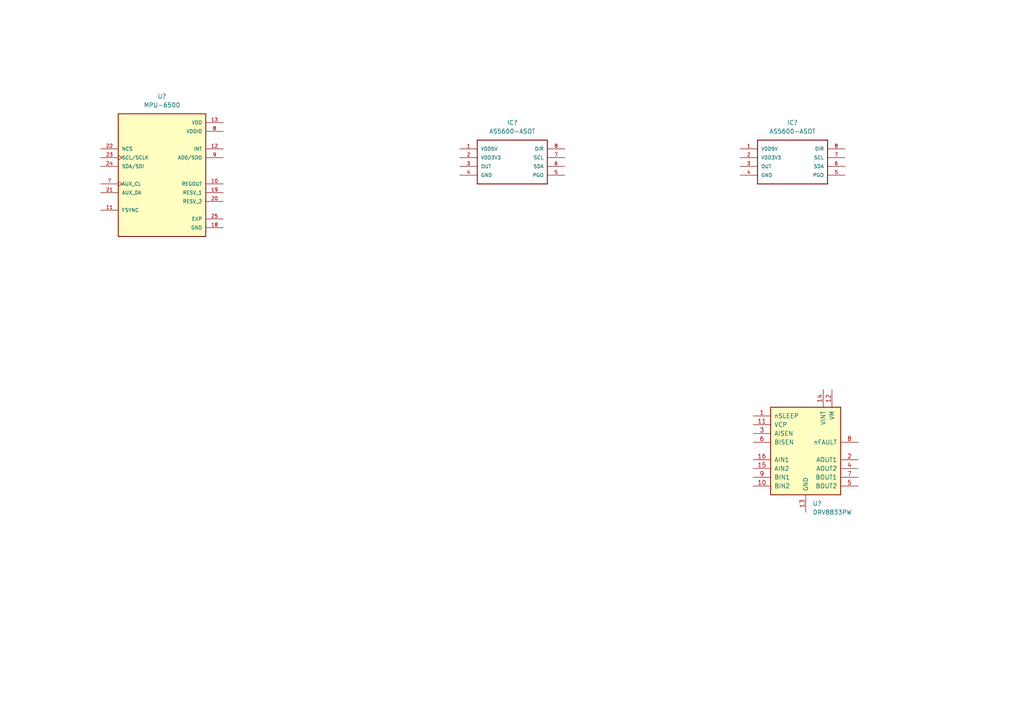
<source format=kicad_sch>
(kicad_sch (version 20211123) (generator eeschema)
  (paper "A4")
  (lib_symbols
    (symbol "AS5600-ASOT:AS5600-ASOT" (pin_names (offset 1.016))
      (property "Reference" "IC" (at 6.35 5.08 0))
      (property "Value" "AS5600-ASOT" (at 6.35 -12.7 0))
      (symbol "AS5600-ASOT_0_0"
        (polyline (pts (xy 5.08 2.54) (xy 5.08 -10.16)) (stroke (width 0.254)))
        (polyline (pts (xy 5.08 2.54) (xy 25.4 2.54)) (stroke (width 0.254)))
        (polyline (pts (xy 25.4 -10.16) (xy 5.08 -10.16)) (stroke (width 0.254)))
        (polyline (pts (xy 25.4 -10.16) (xy 25.4 2.54)) (stroke (width 0.254)))
        (pin bidirectional line (at 0 0 0) (length 5.08) (name "VDD5V") (number "1"))
        (pin bidirectional line (at 0 -2.54 0) (length 5.08) (name "VDD3V3") (number "2"))
        (pin bidirectional line (at 0 -5.08 0) (length 5.08) (name "OUT") (number "3"))
        (pin bidirectional line (at 0 -7.62 0) (length 5.08) (name "GND") (number "4"))
        (pin bidirectional line (at 30.48 -7.62 180) (length 5.08) (name "PGO") (number "5"))
        (pin bidirectional line (at 30.48 -5.08 180) (length 5.08) (name "SDA") (number "6"))
        (pin bidirectional line (at 30.48 -2.54 180) (length 5.08) (name "SCL") (number "7"))
        (pin bidirectional line (at 30.48 0 180) (length 5.08) (name "DIR") (number "8"))
      )
    )
    (symbol "Driver_Motor:DRV8833PW" (pin_names (offset 1.016))
      (property "Reference" "U" (at -3.81 16.51 0))
      (property "Value" "DRV8833PW" (at -3.81 13.97 0))
      (symbol "DRV8833PW_0_1"
        (rectangle (start -10.16 12.7) (end 10.16 -12.7) (stroke (width 0.254)) (fill (type background)))
      )
      (symbol "DRV8833PW_1_1"
        (pin input line (at -15.24 10.16 0) (length 5.08) (name "nSLEEP") (number "1"))
        (pin input line (at -15.24 -10.16 0) (length 5.08) (name "BIN2") (number "10"))
        (pin bidirectional line (at -15.24 7.62 0) (length 5.08) (name "VCP") (number "11"))
        (pin power_in line (at 7.62 17.78 270) (length 5.08) (name "VM") (number "12"))
        (pin power_in line (at 0 -17.78 90) (length 5.08) (name "GND") (number "13"))
        (pin power_in line (at 5.08 17.78 270) (length 5.08) (name "VINT") (number "14"))
        (pin input line (at -15.24 -5.08 0) (length 5.08) (name "AIN2") (number "15"))
        (pin input line (at -15.24 -2.54 0) (length 5.08) (name "AIN1") (number "16"))
        (pin power_out line (at 15.24 -2.54 180) (length 5.08) (name "AOUT1") (number "2"))
        (pin bidirectional line (at -15.24 5.08 0) (length 5.08) (name "AISEN") (number "3"))
        (pin power_out line (at 15.24 -5.08 180) (length 5.08) (name "AOUT2") (number "4"))
        (pin power_out line (at 15.24 -10.16 180) (length 5.08) (name "BOUT2") (number "5"))
        (pin bidirectional line (at -15.24 2.54 0) (length 5.08) (name "BISEN") (number "6"))
        (pin power_out line (at 15.24 -7.62 180) (length 5.08) (name "BOUT1") (number "7"))
        (pin open_collector line (at 15.24 2.54 180) (length 5.08) (name "nFAULT") (number "8"))
        (pin input line (at -15.24 -7.62 0) (length 5.08) (name "BIN1") (number "9"))
      )
    )
    (symbol "MPU-6500:MPU-6500" (pin_names (offset 1.016))
      (property "Reference" "U" (at -12.7 19.05 0))
      (property "Value" "MPU-6500" (at -12.7 -19.05 0))
      (symbol "MPU-6500_0_0"
        (rectangle (start -12.7 -17.78) (end 12.7 17.78) (stroke (width 0.254)) (fill (type background)))
        (pin output line (at 17.78 -2.54 180) (length 5.08) (name "REGOUT") (number "10"))
        (pin input line (at -17.78 -10.16 0) (length 5.08) (name "FSYNC") (number "11"))
        (pin output line (at 17.78 7.62 180) (length 5.08) (name "INT") (number "12"))
        (pin power_in line (at 17.78 15.24 180) (length 5.08) (name "VDD") (number "13"))
        (pin power_in line (at 17.78 -15.24 180) (length 5.08) (name "GND") (number "18"))
        (pin passive line (at 17.78 -5.08 180) (length 5.08) (name "RESV_1") (number "19"))
        (pin passive line (at 17.78 -7.62 180) (length 5.08) (name "RESV_2") (number "20"))
        (pin bidirectional line (at -17.78 -5.08 0) (length 5.08) (name "AUX_DA") (number "21"))
        (pin input line (at -17.78 7.62 0) (length 5.08) (name "NCS") (number "22"))
        (pin input clock (at -17.78 5.08 0) (length 5.08) (name "SCL/SCLK") (number "23"))
        (pin bidirectional line (at -17.78 2.54 0) (length 5.08) (name "SDA/SDI") (number "24"))
        (pin passive line (at 17.78 -12.7 180) (length 5.08) (name "EXP") (number "25"))
        (pin input clock (at -17.78 -2.54 0) (length 5.08) (name "AUX_CL") (number "7"))
        (pin power_in line (at 17.78 12.7 180) (length 5.08) (name "VDDIO") (number "8"))
        (pin output line (at 17.78 5.08 180) (length 5.08) (name "AD0/SDO") (number "9"))
      )
    )
  )
  (symbol (lib_id "Driver_Motor:DRV8833PW") (at 233.68 130.81 0) (unit 1)
    (property "Reference" "U?" (at 235.6994 146.05 0) (effects (justify left)))
    (property "Value" "DRV8833PW" (at 235.6994 148.59 0) (effects (justify left)))
    (property "Footprint" "Package_SO:TSSOP-16_4.4x5mm_P0.65mm" (effects hide))
    (property "Datasheet" "http://www.ti.com/lit/ds/symlink/drv8833.pdf" (effects hide))
  )
  (symbol (lib_id "MPU-6500:MPU-6500") (at 46.99 50.8 0) (unit 1)
    (property "Reference" "U?" (at 46.99 27.94 0))
    (property "Value" "MPU-6500" (at 46.99 30.48 0))
    (property "Footprint" "QFN40P300X300X95-25N" (effects hide))
    (property "E_MIN" "2.9" (effects hide))
    (property "MANUFACTURER" "TDK InvenSense" (effects hide))
    (property "MAXIMUM_PACKAGE_HEIGHT" "0.95 mm" (effects hide))
    (property "D2_NOM" "1.7" (effects hide))
    (property "B_NOM" "0.2" (effects hide))
    (property "PIN_COUNT_E" "6.0" (effects hide))
    (property "PIN_COUNT_D" "6.0" (effects hide))
    (property "STANDARD" "IPC 7351B" (effects hide))
    (property "D_MIN" "2.9" (effects hide))
    (property "D_MAX" "3.1" (effects hide))
    (property "D_NOM" "3.0" (effects hide))
    (property "B_MAX" "0.25" (effects hide))
    (property "B_MIN" "0.15" (effects hide))
    (property "E2_NOM" "1.54" (effects hide))
    (property "L_NOM" "0.3" (effects hide))
    (property "E_NOM" "3.0" (effects hide))
    (property "L_MAX" "0.25" (effects hide))
    (property "PARTREV" "1.3" (effects hide))
    (property "L_MIN" "0.15" (effects hide))
    (property "E_MAX" "3.1" (effects hide))
    (property "ENOM" "0.4" (effects hide))
  )
  (symbol (lib_id "AS5600-ASOT:AS5600-ASOT") (at 214.63 43.18 0) (unit 1)
    (property "Reference" "IC?" (at 229.87 35.56 0))
    (property "Value" "AS5600-ASOT" (at 229.87 38.1 0))
    (property "Footprint" "SOIC127P600X175-8N" (effects hide))
    (property "MANUFACTURER_PART_NUMBER" "AS5600-ASOT" (effects hide))
    (property "MANUFACTURER_NAME" "ams" (effects hide))
    (property "MOUSER_PRICE-STOCK" "https://www.mouser.co.uk/ProductDetail/ams/AS5600-ASOT?qs=KTMMzrZdriGJpjhsnAEYBA%3D%3D" (effects hide))
    (property "MOUSER_PART_NUMBER" "985-AS5600-ASOT" (effects hide))
    (property "DESCRIPTION" "Board Mount Hall Effect / Magnetic Sensors AS5600 Magnetic Sensor 12-Bit" (effects hide))
    (property "ARROW_PART_NUMBER" "AS5600-ASOT" (effects hide))
    (property "ARROW_PRICE-STOCK" "https://www.arrow.com/en/products/as5600-asot/ams-ag?region=nac" (effects hide))
    (property "HEIGHT" "1.75mm" (effects hide))
  )
  (symbol (lib_id "AS5600-ASOT:AS5600-ASOT") (at 133.35 43.18 0) (unit 1)
    (property "Reference" "IC?" (at 148.59 35.56 0))
    (property "Value" "AS5600-ASOT" (at 148.59 38.1 0))
    (property "Footprint" "SOIC127P600X175-8N" (effects hide))
    (property "MANUFACTURER_PART_NUMBER" "AS5600-ASOT" (effects hide))
    (property "MANUFACTURER_NAME" "ams" (effects hide))
    (property "MOUSER_PRICE-STOCK" "https://www.mouser.co.uk/ProductDetail/ams/AS5600-ASOT?qs=KTMMzrZdriGJpjhsnAEYBA%3D%3D" (effects hide))
    (property "MOUSER_PART_NUMBER" "985-AS5600-ASOT" (effects hide))
    (property "DESCRIPTION" "Board Mount Hall Effect / Magnetic Sensors AS5600 Magnetic Sensor 12-Bit" (effects hide))
    (property "ARROW_PART_NUMBER" "AS5600-ASOT" (effects hide))
    (property "ARROW_PRICE-STOCK" "https://www.arrow.com/en/products/as5600-asot/ams-ag?region=nac" (effects hide))
    (property "HEIGHT" "1.75mm" (effects hide))
  )
)
</source>
